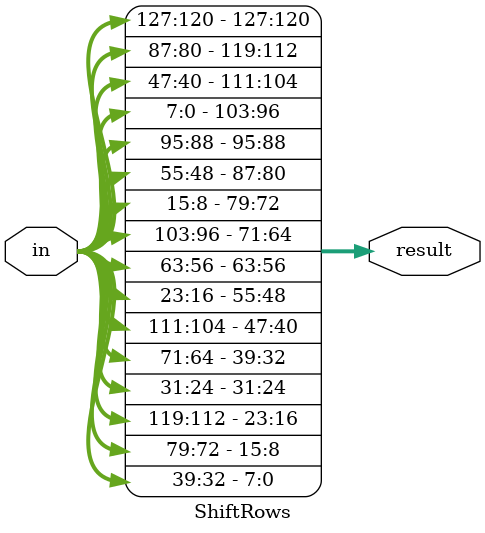
<source format=v>
module ShiftRows (
    input [127:0] in,
    output [127:0] result
);

// row 0
assign result[7:0] = in[39:32];
assign result[39:32] = in[71:64];
assign result[71:64] = in[103:96];
assign result[103:96] = in[7:0];

// row 1
assign result[15:8] = in[79:72];
assign result[47:40] = in[111:104];
assign result[79:72] = in[15:8];
assign result[111:104] = in[47:40];

// row 2
assign result[23:16] = in[119:112];
assign result[55:48] = in[23:16];
assign result[87:80] = in[55:48];
assign result[119:112] = in[87:80];

// row 3
assign result[31:24] = in[31:24];
assign result[63:56] = in[63:56];
assign result[95:88] = in[95:88];
assign result[127:120] = in[127:120];

endmodule

</source>
